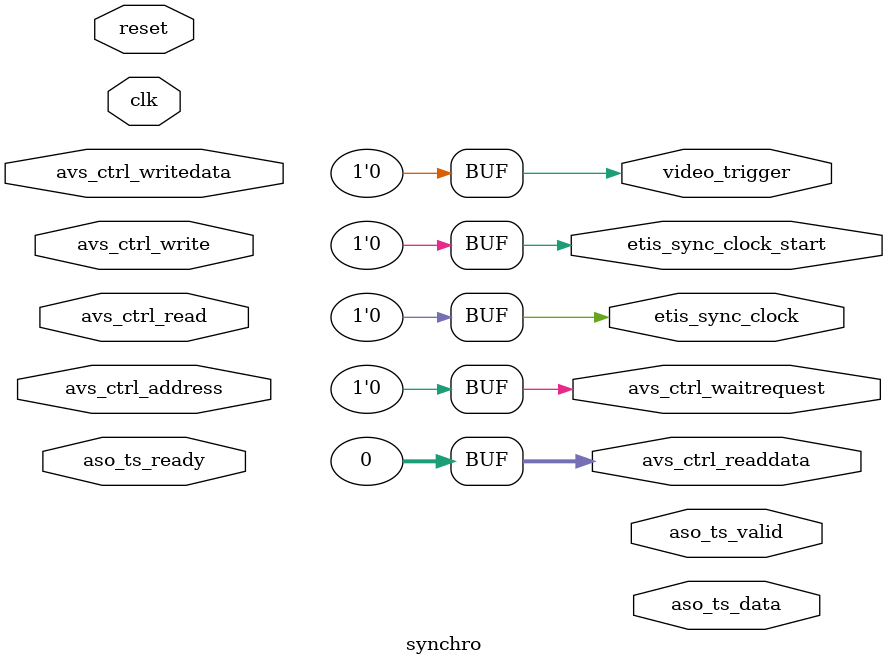
<source format=v>
/********************************************************************
 *                    COPYRIGHT LIP6 2014
 *-----------------------------------------------------------------*/
/** 
 * @file    synchro.v
 * @brief   Creats video trigger, time-stamp/sync clock and rest signal (for ETIS)
 *
 * This module generates the Video trigger signal for the Camera at the choosen fps. It also generates the time-stamp/sync clock that is
 * used by both Acquision (ETIS) and Compression (Lip6) boards for time-stamp counters along with a start signal whic resets the time-stamp
 * counters when the acquisition start command comes from PC (Acacia). The value of time-stamp register is transmitted to the Video coder via AvalonST source 
 *
 * @author  S. Z. Ahmed 	<syed-zahid.ahmed@lip6.fr>
 * @author  L. Lambert  	<laurent.lambert@lip6.fr>
 * @date    Fri. 28 Feb. 2014
 * 
 * Revision History
 * @version  V1.0  Fri. 28 Feb. 2014 {Initial Arch.: Template file created with qsys gui}
 *
 *******************************************************************/

`timescale 1 ps / 1 ps
module synchro (
		input  wire [7:0]  avs_ctrl_address,        //           ctrl.address
		input  wire        avs_ctrl_read,           //             .read
		output wire [31:0] avs_ctrl_readdata,       //             .readdata
		input  wire        avs_ctrl_write,          //             .write
		input  wire [31:0] avs_ctrl_writedata,      //             .writedata
		output wire        avs_ctrl_waitrequest,    //             .waitrequest
		input  wire        clk,                   //        clock.clk
		input  wire        reset,                 //        reset.reset
		output wire        video_trigger,         // conduit_sync.export
		output wire        etis_sync_clock,       //             .export
		output wire        etis_sync_clock_start,  //             .export
		output wire [31:0] aso_ts_data,      // ts.data
		input  wire        aso_ts_ready,     //           .ready
		output wire        aso_ts_valid      //           .valid
	);

	// TODO: Auto-generated HDL template

	assign avs_ctrl_waitrequest = 1'b0;

	assign avs_ctrl_readdata = 32'b00000000000000000000000000000000;

	assign video_trigger = 1'b0;

	assign etis_sync_clock_start = 1'b0;

	assign etis_sync_clock = 1'b0;

endmodule

</source>
